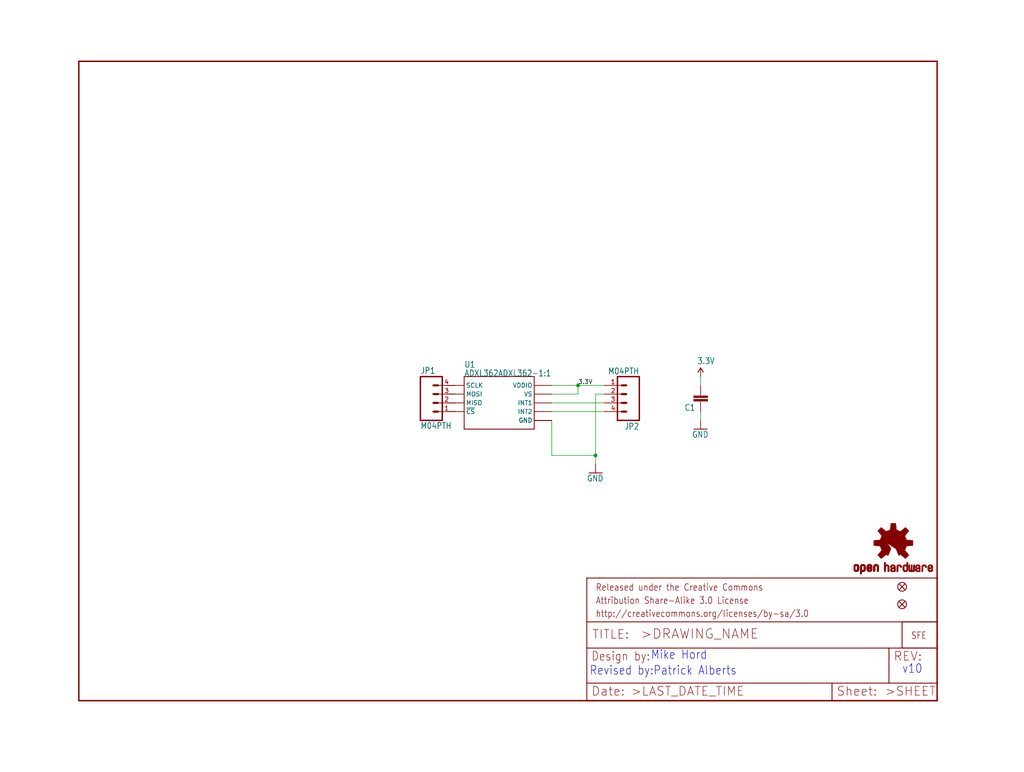
<source format=kicad_sch>
(kicad_sch (version 20211123) (generator eeschema)
  (paper "User" 297.002 223.926)
  (lib_symbols
    (symbol "eagleSchem-eagle-import:0.1UF-25V(+80{slash}-20%)(0603)"
      (property "Reference" "C" (at 1.524 2.921 0))
      (property "Value" "0.1UF-25V(+80{slash}-20%)(0603)" (at 1.524 -2.159 0))
      (symbol "0.1UF-25V(+80{slash}-20%)(0603)_1_0"
        (pin passive line (at 0 5.08 270) (length 2.54) (name "1") (number "1"))
        (pin passive line (at 0 -2.54 90) (length 2.54) (name "2") (number "2"))
      )
    )
    (symbol "eagleSchem-eagle-import:3.3V" (power)
      (property "Value" "3.3V" (at -1.016 3.556 0))
      (symbol "3.3V_1_0"
        (pin power_in line (at 0 0 90) (length 2.54) (name "3.3V") (number "1"))
      )
    )
    (symbol "eagleSchem-eagle-import:ADXL362ADXL362-1{colon}1"
      (property "Reference" "U" (at -10.16 10.16 0))
      (property "Value" "ADXL362ADXL362-1{colon}1" (at -10.16 7.62 0))
      (symbol "ADXL362ADXL362-1{colon}1_1_0"
        (pin bidirectional line (at 15.24 5.08 180) (length 5.08) (name "VDDIO") (number "P$1"))
        (pin bidirectional line (at 15.24 0 180) (length 5.08) (name "INT1") (number "P$11"))
        (pin bidirectional line (at 15.24 -5.08 180) (length 5.08) (name "GND") (number "P$12"))
        (pin bidirectional line (at 15.24 -5.08 180) (length 5.08) (name "GND") (number "P$13"))
        (pin bidirectional line (at 15.24 2.54 180) (length 5.08) (name "VS") (number "P$14"))
        (pin bidirectional line (at 15.24 -5.08 180) (length 5.08) (name "GND") (number "P$16"))
        (pin bidirectional line (at -15.24 5.08 0) (length 5.08) (name "SCLK") (number "P$4"))
        (pin bidirectional line (at -15.24 2.54 0) (length 5.08) (name "MOSI") (number "P$6"))
        (pin bidirectional line (at -15.24 0 0) (length 5.08) (name "MISO") (number "P$7"))
        (pin bidirectional line (at -15.24 -2.54 0) (length 5.08) (name "~{CS}") (number "P$8"))
        (pin bidirectional line (at 15.24 -2.54 180) (length 5.08) (name "INT2") (number "P$9"))
      )
    )
    (symbol "eagleSchem-eagle-import:FIDUCIAL1X2")
    (symbol "eagleSchem-eagle-import:FRAME-LETTER"
      (symbol "FRAME-LETTER_2_0"
        (text ">DRAWING_NAME" (at 15.494 17.78 0) (effects (font (size 2.7432 2.7432)) (justify left bottom)))
        (text ">LAST_DATE_TIME" (at 12.7 1.27 0) (effects (font (size 2.54 2.54)) (justify left bottom)))
        (text ">SHEET" (at 86.36 1.27 0) (effects (font (size 2.54 2.54)) (justify left bottom)))
        (text "Attribution Share-Alike 3.0 License" (at 2.54 27.94 0) (effects (font (size 1.9304 1.6408)) (justify left bottom)))
        (text "Date:" (at 1.27 1.27 0) (effects (font (size 2.54 2.54)) (justify left bottom)))
        (text "Design by:" (at 1.27 11.43 0) (effects (font (size 2.54 2.159)) (justify left bottom)))
        (text "http://creativecommons.org/licenses/by-sa/3.0" (at 2.54 24.13 0) (effects (font (size 1.9304 1.6408)) (justify left bottom)))
        (text "Released under the Creative Commons" (at 2.54 31.75 0) (effects (font (size 1.9304 1.6408)) (justify left bottom)))
        (text "REV:" (at 88.9 11.43 0) (effects (font (size 2.54 2.54)) (justify left bottom)))
        (text "Sheet:" (at 72.39 1.27 0) (effects (font (size 2.54 2.54)) (justify left bottom)))
        (text "TITLE:" (at 1.524 17.78 0) (effects (font (size 2.54 2.54)) (justify left bottom)))
      )
    )
    (symbol "eagleSchem-eagle-import:GND" (power)
      (property "Value" "GND" (at -2.54 -2.54 0))
      (symbol "GND_1_0"
        (pin power_in line (at 0 2.54 270) (length 2.54) (name "GND") (number "1"))
      )
    )
    (symbol "eagleSchem-eagle-import:LOGO-SFESK"
      (symbol "LOGO-SFESK_1_0"
        (text "SFE" (at 0 0 0) (effects (font (size 1.9304 1.6408)) (justify left bottom)))
      )
    )
    (symbol "eagleSchem-eagle-import:M04PTH"
      (property "Reference" "JP" (at -5.08 8.382 0))
      (property "Value" "M04PTH" (at -5.08 -7.62 0))
      (symbol "M04PTH_1_0"
        (pin passive line (at 5.08 -2.54 180) (length 5.08) (name "1") (number "1"))
        (pin passive line (at 5.08 0 180) (length 5.08) (name "2") (number "2"))
        (pin passive line (at 5.08 2.54 180) (length 5.08) (name "3") (number "3"))
        (pin passive line (at 5.08 5.08 180) (length 5.08) (name "4") (number "4"))
      )
    )
    (symbol "eagleSchem-eagle-import:OSHW-LOGOS")
  )
  (junction (at 172.72 132.08))
  (junction (at 167.64 111.76))
  (wire (pts (xy 175.26 116.84) (xy 160.02 116.84)))
  (wire (pts (xy 203.2 119.38) (xy 203.2 121.92)))
  (wire (pts (xy 172.72 132.08) (xy 172.72 114.3)))
  (wire (pts (xy 132.08 116.84) (xy 129.54 116.84)))
  (wire (pts (xy 132.08 111.76) (xy 129.54 111.76)))
  (wire (pts (xy 129.54 119.38) (xy 132.08 119.38)))
  (wire (pts (xy 172.72 114.3) (xy 175.26 114.3)))
  (wire (pts (xy 167.64 114.3) (xy 167.64 111.76)))
  (wire (pts (xy 175.26 111.76) (xy 167.64 111.76)))
  (wire (pts (xy 160.02 132.08) (xy 172.72 132.08)))
  (wire (pts (xy 160.02 114.3) (xy 167.64 114.3)))
  (wire (pts (xy 167.64 111.76) (xy 160.02 111.76)))
  (wire (pts (xy 160.02 121.92) (xy 160.02 132.08)))
  (wire (pts (xy 175.26 119.38) (xy 160.02 119.38)))
  (wire (pts (xy 172.72 132.08) (xy 172.72 134.62)))
  (wire (pts (xy 203.2 109.22) (xy 203.2 111.76)))
  (wire (pts (xy 129.54 114.3) (xy 132.08 114.3)))
  (text "Mike Hord" (at 188.722 191.516 180) (effects (font (size 2.54 2.159)) (justify left bottom)))
  (text "Revised by:Patrick Alberts" (at 170.942 196.088 180) (effects (font (size 2.54 2.159)) (justify left bottom)))
  (text "v10" (at 261.62 195.58 180) (effects (font (size 2.54 2.159)) (justify left bottom)))
  (label "3.3V" (at 167.64 111.76 0) (effects (font (size 1.2446 1.2446))))
  (symbol (lib_id "eagleSchem-eagle-import:M04PTH") (at 127 116.84 0) (unit 1)
    (property "Reference" "JP1" (at 121.92 108.458 0) (effects (font (size 1.778 1.5113)) (justify left bottom)))
    (property "Value" "M04PTH" (at 121.92 124.46 0) (effects (font (size 1.778 1.5113)) (justify left bottom)))
    (property "Footprint" "eagleSchem:1X04" (effects hide))
  )
  (symbol (lib_id "eagleSchem-eagle-import:FIDUCIAL1X2") (at 261.62 170.18 0) (unit 1)
    (property "Reference" "FID1" (effects hide))
    (property "Value" "FIDUCIAL1X2" (effects hide))
    (property "Footprint" "eagleSchem:FIDUCIAL-1X2" (effects hide))
  )
  (symbol (lib_id "eagleSchem-eagle-import:FRAME-LETTER") (at 170.18 203.2 0) (unit 2)
    (property "Reference" "FRAME1" (effects hide))
    (property "Value" "FRAME-LETTER" (effects hide))
    (property "Footprint" "eagleSchem:CREATIVE_COMMONS" (effects hide))
  )
  (symbol (lib_id "eagleSchem-eagle-import:GND") (at 203.2 124.46 0) (unit 1)
    (property "Reference" "#GND1" (effects hide))
    (property "Value" "GND" (at 200.66 127 0) (effects (font (size 1.778 1.5113)) (justify left bottom)))
    (property "Footprint" "eagleSchem:" (effects hide))
  )
  (symbol (lib_id "eagleSchem-eagle-import:LOGO-SFESK") (at 264.16 185.42 0) (unit 1)
    (property "Reference" "JP3" (effects hide))
    (property "Value" "LOGO-SFESK" (effects hide))
    (property "Footprint" "eagleSchem:SFE-LOGO-FLAME" (effects hide))
  )
  (symbol (lib_id "eagleSchem-eagle-import:M04PTH") (at 180.34 114.3 180) (unit 1)
    (property "Reference" "JP2" (at 185.42 122.682 0) (effects (font (size 1.778 1.5113)) (justify left bottom)))
    (property "Value" "M04PTH" (at 185.42 106.68 0) (effects (font (size 1.778 1.5113)) (justify left bottom)))
    (property "Footprint" "eagleSchem:1X04" (effects hide))
  )
  (symbol (lib_id "eagleSchem-eagle-import:0.1UF-25V(+80{slash}-20%)(0603)") (at 203.2 114.3 180) (unit 1)
    (property "Reference" "C1" (at 201.676 117.221 0) (effects (font (size 1.778 1.5113)) (justify left bottom)))
    (property "Value" ".1uF" (at 201.676 112.141 0) (effects (font (size 1.778 1.5113)) (justify left bottom)))
    (property "Footprint" "eagleSchem:0603-CAP" (effects hide))
    (property "Value" ".1uF" (effects hide))
  )
  (symbol (lib_id "eagleSchem-eagle-import:FIDUCIAL1X2") (at 261.62 175.26 0) (unit 1)
    (property "Reference" "FID2" (effects hide))
    (property "Value" "FIDUCIAL1X2" (effects hide))
    (property "Footprint" "eagleSchem:FIDUCIAL-1X2" (effects hide))
  )
  (symbol (lib_id "eagleSchem-eagle-import:ADXL362ADXL362-1{colon}1") (at 144.78 116.84 0) (unit 1)
    (property "Reference" "U1" (at 134.62 106.68 0) (effects (font (size 1.778 1.5113)) (justify left bottom)))
    (property "Value" "ADXL362ADXL362-1{colon}1" (at 134.62 109.22 0) (effects (font (size 1.778 1.5113)) (justify left bottom)))
    (property "Footprint" "eagleSchem:ADXL362-1_1" (effects hide))
  )
  (symbol (lib_id "eagleSchem-eagle-import:FRAME-LETTER") (at 22.86 203.2 0) (unit 1)
    (property "Reference" "FRAME1" (effects hide))
    (property "Value" "FRAME-LETTER" (effects hide))
    (property "Footprint" "eagleSchem:CREATIVE_COMMONS" (effects hide))
  )
  (symbol (lib_id "eagleSchem-eagle-import:OSHW-LOGOS") (at 259.08 157.48 0) (unit 1)
    (property "Reference" "U$1" (effects hide))
    (property "Value" "OSHW-LOGOS" (effects hide))
    (property "Footprint" "eagleSchem:OSHW-LOGO-S" (effects hide))
  )
  (symbol (lib_id "eagleSchem-eagle-import:GND") (at 172.72 137.16 0) (unit 1)
    (property "Reference" "#GND2" (effects hide))
    (property "Value" "GND" (at 170.18 139.7 0) (effects (font (size 1.778 1.5113)) (justify left bottom)))
    (property "Footprint" "eagleSchem:" (effects hide))
  )
  (symbol (lib_id "eagleSchem-eagle-import:3.3V") (at 203.2 109.22 0) (unit 1)
    (property "Reference" "#P+1" (effects hide))
    (property "Value" "3.3V" (at 202.184 105.664 0) (effects (font (size 1.778 1.5113)) (justify left bottom)))
    (property "Footprint" "eagleSchem:" (effects hide))
  )
)
</source>
